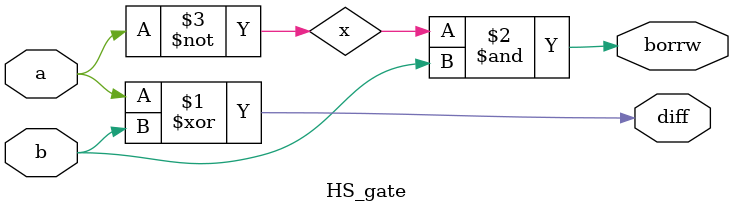
<source format=v>
`timescale 1ns / 1ps


module HS_gate(a,b,diff,borrw);
input a,b;
output diff,borrw;
wire x;

xor g1(diff,a,b);
not(x,a);
and g2(borrw,x,b);


endmodule

</source>
